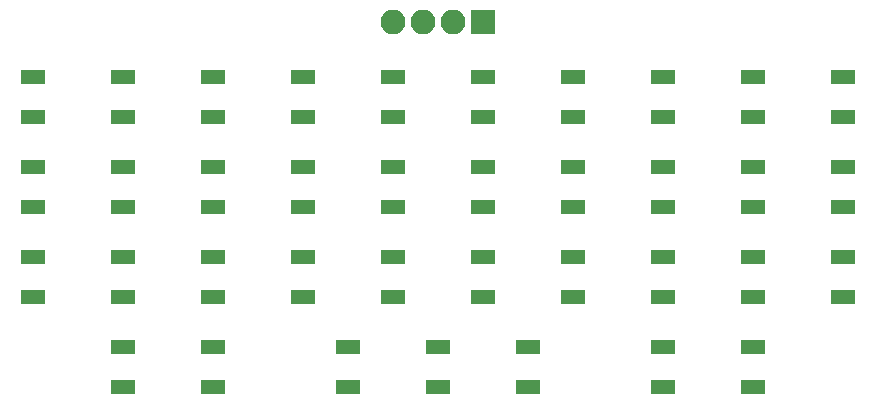
<source format=gbr>
G04 #@! TF.FileFunction,Soldermask,Top*
%FSLAX46Y46*%
G04 Gerber Fmt 4.6, Leading zero omitted, Abs format (unit mm)*
G04 Created by KiCad (PCBNEW 4.0.7) date 07/09/18 18:26:11*
%MOMM*%
%LPD*%
G01*
G04 APERTURE LIST*
%ADD10C,0.100000*%
%ADD11R,2.100000X1.300000*%
%ADD12R,2.100000X2.100000*%
%ADD13O,2.100000X2.100000*%
G04 APERTURE END LIST*
D10*
D11*
X151130000Y-107520000D03*
X151130000Y-110920000D03*
X158750000Y-107520000D03*
X158750000Y-110920000D03*
X139700000Y-107520000D03*
X139700000Y-110920000D03*
X124460000Y-88060000D03*
X124460000Y-84660000D03*
X124460000Y-103300000D03*
X124460000Y-99900000D03*
X162560000Y-99900000D03*
X162560000Y-103300000D03*
X193040000Y-92280000D03*
X193040000Y-95680000D03*
X147320000Y-99900000D03*
X147320000Y-103300000D03*
X139700000Y-92280000D03*
X139700000Y-95680000D03*
X139700000Y-88060000D03*
X139700000Y-84660000D03*
X185420000Y-99900000D03*
X185420000Y-103300000D03*
X147320000Y-92280000D03*
X147320000Y-95680000D03*
X154940000Y-92280000D03*
X154940000Y-95680000D03*
X162560000Y-92280000D03*
X162560000Y-95680000D03*
X177800000Y-88060000D03*
X177800000Y-84660000D03*
D12*
X162560000Y-80010000D03*
D13*
X160020000Y-80010000D03*
X157480000Y-80010000D03*
X154940000Y-80010000D03*
D11*
X170180000Y-92280000D03*
X170180000Y-95680000D03*
X177800000Y-92280000D03*
X177800000Y-95680000D03*
X185420000Y-92280000D03*
X185420000Y-95680000D03*
X177800000Y-103300000D03*
X177800000Y-99900000D03*
X170180000Y-99900000D03*
X170180000Y-103300000D03*
X185420000Y-88060000D03*
X185420000Y-84660000D03*
X193040000Y-88060000D03*
X193040000Y-84660000D03*
X124460000Y-92280000D03*
X124460000Y-95680000D03*
X147320000Y-88060000D03*
X147320000Y-84660000D03*
X193040000Y-99900000D03*
X193040000Y-103300000D03*
X132080000Y-95680000D03*
X132080000Y-92280000D03*
X132080000Y-107520000D03*
X132080000Y-110920000D03*
X177800000Y-110920000D03*
X177800000Y-107520000D03*
X166370000Y-107520000D03*
X166370000Y-110920000D03*
X185420000Y-107520000D03*
X185420000Y-110920000D03*
X154940000Y-88060000D03*
X154940000Y-84660000D03*
X170180000Y-88060000D03*
X170180000Y-84660000D03*
X154940000Y-99900000D03*
X154940000Y-103300000D03*
X132080000Y-99900000D03*
X132080000Y-103300000D03*
X139700000Y-99900000D03*
X139700000Y-103300000D03*
X162560000Y-88060000D03*
X162560000Y-84660000D03*
X132080000Y-88060000D03*
X132080000Y-84660000D03*
M02*

</source>
